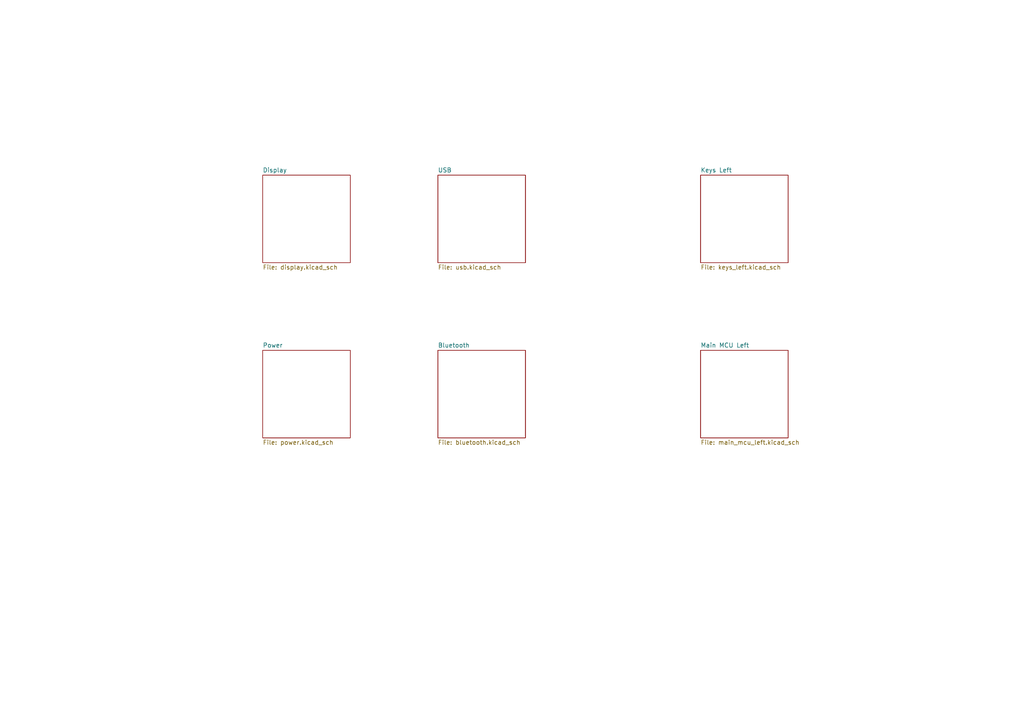
<source format=kicad_sch>
(kicad_sch
	(version 20231120)
	(generator "eeschema")
	(generator_version "8.0")
	(uuid "efc0159f-4aad-467b-a3f7-ea8744a129c3")
	(paper "A4")
	(lib_symbols)
	(sheet
		(at 127 50.8)
		(size 25.4 25.4)
		(fields_autoplaced yes)
		(stroke
			(width 0.1524)
			(type solid)
		)
		(fill
			(color 0 0 0 0.0000)
		)
		(uuid "3f6891f6-a1b6-4bde-ae5f-d2abc12d04a0")
		(property "Sheetname" "USB"
			(at 127 50.0884 0)
			(effects
				(font
					(size 1.27 1.27)
				)
				(justify left bottom)
			)
		)
		(property "Sheetfile" "usb.kicad_sch"
			(at 127 76.7846 0)
			(effects
				(font
					(size 1.27 1.27)
				)
				(justify left top)
			)
		)
		(instances
			(project "keyboard_v2"
				(path "/e2360b7f-be71-48d9-b398-9f8cd45479d6/8d5749a2-4d36-4f17-8c57-9c8b87d773d6"
					(page "15")
				)
			)
		)
	)
	(sheet
		(at 203.2 50.8)
		(size 25.4 25.4)
		(fields_autoplaced yes)
		(stroke
			(width 0.1524)
			(type solid)
		)
		(fill
			(color 0 0 0 0.0000)
		)
		(uuid "434714c7-475a-4e7a-95b8-de0bbee6f731")
		(property "Sheetname" "Keys Left"
			(at 203.2 50.0884 0)
			(effects
				(font
					(size 1.27 1.27)
				)
				(justify left bottom)
			)
		)
		(property "Sheetfile" "keys_left.kicad_sch"
			(at 203.2 76.7846 0)
			(effects
				(font
					(size 1.27 1.27)
				)
				(justify left top)
			)
		)
		(instances
			(project "keyboard_v2"
				(path "/e2360b7f-be71-48d9-b398-9f8cd45479d6/8d5749a2-4d36-4f17-8c57-9c8b87d773d6"
					(page "12")
				)
			)
		)
	)
	(sheet
		(at 76.2 50.8)
		(size 25.4 25.4)
		(fields_autoplaced yes)
		(stroke
			(width 0.1524)
			(type solid)
		)
		(fill
			(color 0 0 0 0.0000)
		)
		(uuid "477316a5-f8d9-40b1-a704-da1d199f3a0b")
		(property "Sheetname" "Display"
			(at 76.2 50.0884 0)
			(effects
				(font
					(size 1.27 1.27)
				)
				(justify left bottom)
			)
		)
		(property "Sheetfile" "display.kicad_sch"
			(at 76.2 76.7846 0)
			(effects
				(font
					(size 1.27 1.27)
				)
				(justify left top)
			)
		)
		(instances
			(project "keyboard_v2"
				(path "/e2360b7f-be71-48d9-b398-9f8cd45479d6/8d5749a2-4d36-4f17-8c57-9c8b87d773d6"
					(page "11")
				)
			)
		)
	)
	(sheet
		(at 76.2 101.6)
		(size 25.4 25.4)
		(fields_autoplaced yes)
		(stroke
			(width 0.1524)
			(type solid)
		)
		(fill
			(color 0 0 0 0.0000)
		)
		(uuid "4d620f55-5374-460e-a3f0-45f826e2308d")
		(property "Sheetname" "Power"
			(at 76.2 100.8884 0)
			(effects
				(font
					(size 1.27 1.27)
				)
				(justify left bottom)
			)
		)
		(property "Sheetfile" "power.kicad_sch"
			(at 76.2 127.5846 0)
			(effects
				(font
					(size 1.27 1.27)
				)
				(justify left top)
			)
		)
		(instances
			(project "keyboard_v2"
				(path "/e2360b7f-be71-48d9-b398-9f8cd45479d6/8d5749a2-4d36-4f17-8c57-9c8b87d773d6"
					(page "14")
				)
			)
		)
	)
	(sheet
		(at 127 101.6)
		(size 25.4 25.4)
		(fields_autoplaced yes)
		(stroke
			(width 0.1524)
			(type solid)
		)
		(fill
			(color 0 0 0 0.0000)
		)
		(uuid "d174db9b-07f6-4c79-87e9-921db730cdfb")
		(property "Sheetname" "Bluetooth"
			(at 127 100.8884 0)
			(effects
				(font
					(size 1.27 1.27)
				)
				(justify left bottom)
			)
		)
		(property "Sheetfile" "bluetooth.kicad_sch"
			(at 127 127.5846 0)
			(effects
				(font
					(size 1.27 1.27)
				)
				(justify left top)
			)
		)
		(instances
			(project "keyboard_v2"
				(path "/e2360b7f-be71-48d9-b398-9f8cd45479d6/8d5749a2-4d36-4f17-8c57-9c8b87d773d6"
					(page "10")
				)
			)
		)
	)
	(sheet
		(at 203.2 101.6)
		(size 25.4 25.4)
		(fields_autoplaced yes)
		(stroke
			(width 0.1524)
			(type solid)
		)
		(fill
			(color 0 0 0 0.0000)
		)
		(uuid "da671bd4-cd3d-4d12-8289-05f535b8e6a4")
		(property "Sheetname" "Main MCU Left"
			(at 203.2 100.8884 0)
			(effects
				(font
					(size 1.27 1.27)
				)
				(justify left bottom)
			)
		)
		(property "Sheetfile" "main_mcu_left.kicad_sch"
			(at 203.2 127.5846 0)
			(effects
				(font
					(size 1.27 1.27)
				)
				(justify left top)
			)
		)
		(instances
			(project "keyboard_v2"
				(path "/e2360b7f-be71-48d9-b398-9f8cd45479d6/8d5749a2-4d36-4f17-8c57-9c8b87d773d6"
					(page "13")
				)
			)
		)
	)
)

</source>
